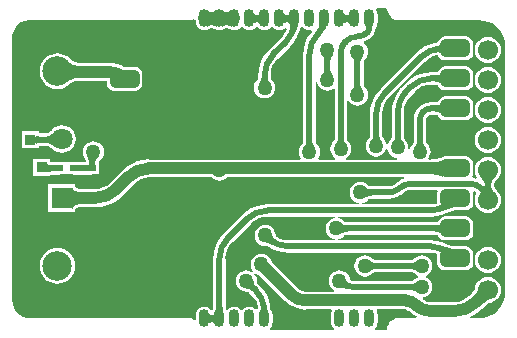
<source format=gbl>
G04*
G04 #@! TF.GenerationSoftware,Altium Limited,Altium Designer,21.2.0 (30)*
G04*
G04 Layer_Physical_Order=2*
G04 Layer_Color=16711680*
%FSLAX24Y24*%
%MOIN*%
G70*
G04*
G04 #@! TF.SameCoordinates,6A3BDC20-E317-4547-97BB-DAA7722936CF*
G04*
G04*
G04 #@! TF.FilePolarity,Positive*
G04*
G01*
G75*
%ADD13R,0.0260X0.0200*%
G04:AMPARAMS|DCode=15|XSize=98.4mil|YSize=59.1mil|CornerRadius=14.8mil|HoleSize=0mil|Usage=FLASHONLY|Rotation=0.000|XOffset=0mil|YOffset=0mil|HoleType=Round|Shape=RoundedRectangle|*
%AMROUNDEDRECTD15*
21,1,0.0984,0.0295,0,0,0.0*
21,1,0.0689,0.0591,0,0,0.0*
1,1,0.0295,0.0344,-0.0148*
1,1,0.0295,-0.0344,-0.0148*
1,1,0.0295,-0.0344,0.0148*
1,1,0.0295,0.0344,0.0148*
%
%ADD15ROUNDEDRECTD15*%
%ADD24C,0.0200*%
%ADD25C,0.0394*%
%ADD26O,0.0354X0.0591*%
%ADD27C,0.0984*%
%ADD28R,0.0709X0.0709*%
%ADD29C,0.0709*%
%ADD30C,0.0669*%
%ADD31C,0.0300*%
%ADD32C,0.0500*%
%ADD33C,0.0200*%
%ADD34R,0.0354X0.0374*%
%ADD35R,0.0354X0.0374*%
G36*
X12671Y5336D02*
X12700Y5298D01*
X12707Y5251D01*
X12710Y5227D01*
X12748Y5135D01*
X12809Y5057D01*
X12887Y4996D01*
X12979Y4958D01*
X13077Y4945D01*
X13097Y4948D01*
X13102Y4947D01*
X15752D01*
X15759Y4949D01*
X15924Y4932D01*
X16089Y4882D01*
X16242Y4801D01*
X16375Y4691D01*
X16485Y4557D01*
X16566Y4405D01*
X16617Y4240D01*
X16633Y4075D01*
X16631Y4068D01*
Y-4118D01*
X16633Y-4125D01*
X16617Y-4287D01*
X16567Y-4450D01*
X16487Y-4600D01*
X16379Y-4731D01*
X16248Y-4839D01*
X16098Y-4919D01*
X15935Y-4969D01*
X15773Y-4985D01*
X15766Y-4983D01*
X15477D01*
X15468Y-4934D01*
X15528Y-4909D01*
X15702Y-4802D01*
X15858Y-4670D01*
X15857Y-4669D01*
X15950Y-4575D01*
X15978Y-4548D01*
X16019Y-4513D01*
X16034Y-4502D01*
X16047Y-4493D01*
X16056Y-4488D01*
X16165Y-4473D01*
X16271Y-4430D01*
X16362Y-4360D01*
X16432Y-4269D01*
X16475Y-4163D01*
X16490Y-4050D01*
X16475Y-3937D01*
X16432Y-3831D01*
X16362Y-3740D01*
X16271Y-3670D01*
X16165Y-3627D01*
X16052Y-3612D01*
X15939Y-3627D01*
X15833Y-3670D01*
X15742Y-3740D01*
X15672Y-3831D01*
X15629Y-3937D01*
X15614Y-4046D01*
X15609Y-4055D01*
X15602Y-4065D01*
X15533Y-4146D01*
X15433Y-4245D01*
X15431Y-4249D01*
X15328Y-4333D01*
X15206Y-4398D01*
X15075Y-4438D01*
X14942Y-4451D01*
X14938Y-4451D01*
X14135D01*
X14132Y-4451D01*
X14035Y-4438D01*
X13943Y-4400D01*
X13902Y-4369D01*
X13878Y-4349D01*
X13884Y-4312D01*
X13895Y-4297D01*
X13943Y-4291D01*
X14028Y-4256D01*
X14102Y-4200D01*
X14158Y-4127D01*
X14193Y-4041D01*
X14205Y-3950D01*
X14193Y-3859D01*
X14158Y-3773D01*
X14102Y-3700D01*
X14028Y-3644D01*
X13987Y-3627D01*
Y-3573D01*
X14028Y-3556D01*
X14102Y-3500D01*
X14158Y-3427D01*
X14193Y-3341D01*
X14205Y-3250D01*
X14193Y-3159D01*
X14158Y-3073D01*
X14102Y-3000D01*
X14028Y-2944D01*
X13943Y-2909D01*
X13852Y-2897D01*
X13761Y-2909D01*
X13675Y-2944D01*
X13602Y-3000D01*
X13598Y-3006D01*
X13592Y-3012D01*
X13583Y-3019D01*
X13573Y-3025D01*
X13562Y-3031D01*
X13551Y-3036D01*
X13538Y-3040D01*
X13524Y-3043D01*
X13508Y-3046D01*
X13506Y-3046D01*
X12296D01*
X12294Y-3046D01*
X12278Y-3043D01*
X12264Y-3040D01*
X12251Y-3036D01*
X12240Y-3031D01*
X12229Y-3025D01*
X12219Y-3019D01*
X12210Y-3012D01*
X12204Y-3006D01*
X12200Y-3000D01*
X12127Y-2944D01*
X12041Y-2909D01*
X11950Y-2897D01*
X11859Y-2909D01*
X11773Y-2944D01*
X11700Y-3000D01*
X11644Y-3073D01*
X11609Y-3159D01*
X11597Y-3250D01*
X11609Y-3341D01*
X11644Y-3427D01*
X11700Y-3500D01*
X11773Y-3556D01*
X11859Y-3591D01*
X11950Y-3603D01*
X12041Y-3591D01*
X12127Y-3556D01*
X12200Y-3500D01*
X12204Y-3494D01*
X12210Y-3488D01*
X12219Y-3481D01*
X12229Y-3475D01*
X12240Y-3469D01*
X12251Y-3464D01*
X12264Y-3460D01*
X12278Y-3457D01*
X12294Y-3454D01*
X12296Y-3454D01*
X13506D01*
X13508Y-3454D01*
X13524Y-3457D01*
X13538Y-3460D01*
X13551Y-3464D01*
X13562Y-3469D01*
X13573Y-3475D01*
X13583Y-3481D01*
X13592Y-3488D01*
X13598Y-3494D01*
X13602Y-3500D01*
X13675Y-3556D01*
X13717Y-3573D01*
Y-3627D01*
X13675Y-3644D01*
X13602Y-3700D01*
X13598Y-3706D01*
X13592Y-3712D01*
X13583Y-3719D01*
X13573Y-3725D01*
X13562Y-3731D01*
X13551Y-3736D01*
X13538Y-3740D01*
X13524Y-3743D01*
X13508Y-3746D01*
X13506Y-3746D01*
X11583D01*
X11574Y-3748D01*
X11483Y-3736D01*
X11481Y-3735D01*
X11473Y-3732D01*
X11467Y-3728D01*
X11463Y-3724D01*
X11459Y-3721D01*
X11456Y-3716D01*
X11452Y-3709D01*
X11449Y-3700D01*
X11446Y-3684D01*
X11444Y-3680D01*
X11441Y-3659D01*
X11406Y-3573D01*
X11350Y-3500D01*
X11277Y-3444D01*
X11191Y-3409D01*
X11100Y-3397D01*
X11009Y-3409D01*
X10923Y-3444D01*
X10850Y-3500D01*
X10794Y-3573D01*
X10759Y-3659D01*
X10747Y-3750D01*
X10759Y-3841D01*
X10794Y-3927D01*
X10850Y-4000D01*
X10917Y-4051D01*
X10915Y-4075D01*
X10903Y-4101D01*
X9975D01*
X9972Y-4101D01*
X9882Y-4089D01*
X9795Y-4053D01*
X9722Y-3997D01*
X9721Y-3995D01*
X8844Y-3119D01*
X8843Y-3109D01*
X8808Y-3023D01*
X8752Y-2950D01*
X8678Y-2894D01*
X8593Y-2859D01*
X8502Y-2847D01*
X8411Y-2859D01*
X8325Y-2894D01*
X8252Y-2950D01*
X8196Y-3023D01*
X8161Y-3109D01*
X8149Y-3200D01*
X8161Y-3291D01*
X8196Y-3377D01*
X8233Y-3425D01*
X8198Y-3461D01*
X8177Y-3444D01*
X8091Y-3409D01*
X8000Y-3397D01*
X7909Y-3409D01*
X7823Y-3444D01*
X7750Y-3500D01*
X7694Y-3573D01*
X7659Y-3659D01*
X7647Y-3750D01*
X7659Y-3841D01*
X7694Y-3927D01*
X7750Y-4000D01*
X7823Y-4056D01*
X7909Y-4091D01*
X8000Y-4103D01*
X8007Y-4102D01*
X8015Y-4102D01*
X8027Y-4104D01*
X8038Y-4106D01*
X8050Y-4110D01*
X8061Y-4115D01*
X8073Y-4121D01*
X8086Y-4128D01*
X8099Y-4137D01*
X8101Y-4139D01*
X8165Y-4203D01*
X8165Y-4203D01*
X8198Y-4239D01*
X8266Y-4322D01*
X8340Y-4460D01*
X8385Y-4610D01*
X8391Y-4664D01*
X8364Y-4695D01*
X8306Y-4693D01*
X8300Y-4684D01*
X8242Y-4640D01*
X8174Y-4612D01*
X8102Y-4602D01*
X8030Y-4612D01*
X7962Y-4640D01*
X7904Y-4684D01*
X7883Y-4711D01*
X7820D01*
X7800Y-4684D01*
X7742Y-4640D01*
X7674Y-4612D01*
X7602Y-4602D01*
X7530Y-4612D01*
X7462Y-4640D01*
X7404Y-4684D01*
X7383Y-4711D01*
X7381Y-4713D01*
X7364Y-4717D01*
X7360Y-4717D01*
X7324Y-4706D01*
X7324Y-4706D01*
X7320Y-4691D01*
X7315Y-4673D01*
X7312Y-4654D01*
X7306Y-4585D01*
Y-3014D01*
X7304Y-3005D01*
X7318Y-2858D01*
X7364Y-2709D01*
X7438Y-2570D01*
X7531Y-2457D01*
X7539Y-2451D01*
X8153Y-1837D01*
X8159Y-1829D01*
X8272Y-1736D01*
X8410Y-1662D01*
X8560Y-1617D01*
X8707Y-1602D01*
X8716Y-1604D01*
X10946D01*
X10949Y-1654D01*
X10911Y-1659D01*
X10825Y-1694D01*
X10752Y-1750D01*
X10696Y-1823D01*
X10661Y-1909D01*
X10649Y-2000D01*
X10661Y-2091D01*
X10696Y-2177D01*
X10752Y-2250D01*
X10825Y-2306D01*
X10911Y-2341D01*
X10949Y-2346D01*
X10946Y-2396D01*
X9416D01*
X9407Y-2398D01*
X9260Y-2384D01*
X9110Y-2338D01*
X9014Y-2286D01*
X9007Y-2281D01*
X9001Y-2273D01*
X8995Y-2266D01*
X8991Y-2258D01*
X8988Y-2250D01*
X8985Y-2241D01*
X8983Y-2230D01*
X8983Y-2230D01*
X8983Y-2228D01*
X8982Y-2222D01*
X8982Y-2213D01*
X8981Y-2210D01*
X8971Y-2137D01*
X8936Y-2052D01*
X8880Y-1979D01*
X8807Y-1922D01*
X8721Y-1887D01*
X8630Y-1875D01*
X8539Y-1887D01*
X8454Y-1922D01*
X8380Y-1979D01*
X8324Y-2052D01*
X8289Y-2137D01*
X8277Y-2228D01*
X8289Y-2319D01*
X8324Y-2405D01*
X8380Y-2478D01*
X8454Y-2534D01*
X8539Y-2569D01*
X8630Y-2581D01*
X8642Y-2580D01*
X8643Y-2580D01*
X8657Y-2580D01*
X8669Y-2580D01*
X8681Y-2582D01*
X8695Y-2585D01*
X8709Y-2589D01*
X8725Y-2595D01*
X8741Y-2601D01*
X8780Y-2620D01*
X8800Y-2632D01*
X8808Y-2635D01*
X8809Y-2635D01*
X8815Y-2639D01*
X8815Y-2639D01*
X8870Y-2673D01*
X9044Y-2745D01*
X9228Y-2789D01*
X9414Y-2804D01*
X9416Y-2804D01*
X14150D01*
X14159Y-2802D01*
X14282Y-2814D01*
X14367Y-2850D01*
X14367Y-2852D01*
Y-3148D01*
X14386Y-3244D01*
X14441Y-3326D01*
X14523Y-3381D01*
X14619Y-3400D01*
X15308D01*
X15405Y-3381D01*
X15487Y-3326D01*
X15542Y-3244D01*
X15561Y-3148D01*
Y-2852D01*
X15542Y-2756D01*
X15487Y-2674D01*
X15405Y-2619D01*
X15308Y-2600D01*
X14952D01*
X14905Y-2590D01*
X14721Y-2534D01*
X14652Y-2508D01*
X14648Y-2508D01*
X14522Y-2455D01*
X14338Y-2411D01*
X14151Y-2396D01*
X14150Y-2396D01*
X11058D01*
X11055Y-2346D01*
X11093Y-2341D01*
X11178Y-2306D01*
X11252Y-2250D01*
X11256Y-2244D01*
X11262Y-2238D01*
X11271Y-2231D01*
X11281Y-2225D01*
X11292Y-2219D01*
X11303Y-2214D01*
X11316Y-2210D01*
X11330Y-2207D01*
X11346Y-2204D01*
X11348Y-2204D01*
X14319D01*
X14336Y-2205D01*
X14359Y-2209D01*
X14376Y-2213D01*
X14380Y-2215D01*
X14386Y-2244D01*
X14441Y-2326D01*
X14523Y-2381D01*
X14619Y-2400D01*
X15308D01*
X15405Y-2381D01*
X15487Y-2326D01*
X15542Y-2244D01*
X15561Y-2148D01*
Y-1852D01*
X15542Y-1756D01*
X15487Y-1674D01*
X15405Y-1619D01*
X15308Y-1600D01*
X14619D01*
X14523Y-1619D01*
X14441Y-1674D01*
X14386Y-1756D01*
X14380Y-1785D01*
X14376Y-1787D01*
X14359Y-1791D01*
X14336Y-1795D01*
X14319Y-1796D01*
X11348D01*
X11346Y-1796D01*
X11330Y-1793D01*
X11316Y-1790D01*
X11303Y-1786D01*
X11292Y-1781D01*
X11281Y-1775D01*
X11271Y-1769D01*
X11262Y-1762D01*
X11256Y-1756D01*
X11252Y-1750D01*
X11178Y-1694D01*
X11093Y-1659D01*
X11055Y-1654D01*
X11058Y-1604D01*
X14150D01*
X14151Y-1604D01*
X14338Y-1589D01*
X14522Y-1545D01*
X14648Y-1493D01*
X14650Y-1492D01*
X14788Y-1443D01*
X14846Y-1426D01*
X14952Y-1400D01*
X15308D01*
X15405Y-1381D01*
X15487Y-1326D01*
X15542Y-1244D01*
X15561Y-1148D01*
Y-852D01*
X15545Y-775D01*
X15584Y-738D01*
X15585Y-737D01*
X15630Y-756D01*
X15693Y-804D01*
X15672Y-831D01*
X15629Y-937D01*
X15614Y-1050D01*
X15629Y-1163D01*
X15672Y-1269D01*
X15742Y-1360D01*
X15833Y-1430D01*
X15939Y-1473D01*
X16052Y-1488D01*
X16165Y-1473D01*
X16271Y-1430D01*
X16362Y-1360D01*
X16432Y-1269D01*
X16475Y-1163D01*
X16490Y-1050D01*
X16475Y-937D01*
X16432Y-831D01*
X16362Y-740D01*
X16352Y-732D01*
X16336Y-716D01*
X16318Y-694D01*
X16302Y-673D01*
X16289Y-652D01*
X16278Y-631D01*
X16269Y-611D01*
X16262Y-591D01*
X16258Y-571D01*
X16256Y-557D01*
Y-543D01*
X16258Y-529D01*
X16262Y-509D01*
X16269Y-489D01*
X16278Y-469D01*
X16289Y-448D01*
X16302Y-427D01*
X16318Y-406D01*
X16336Y-384D01*
X16352Y-368D01*
X16362Y-360D01*
X16432Y-269D01*
X16475Y-163D01*
X16490Y-50D01*
X16475Y63D01*
X16432Y169D01*
X16362Y260D01*
X16271Y330D01*
X16165Y373D01*
X16052Y388D01*
X15939Y373D01*
X15833Y330D01*
X15742Y260D01*
X15672Y169D01*
X15629Y63D01*
X15614Y-50D01*
X15629Y-163D01*
X15672Y-269D01*
X15692Y-295D01*
X15664Y-336D01*
X15597Y-316D01*
X15548Y-311D01*
X15527Y-266D01*
X15542Y-244D01*
X15561Y-148D01*
Y148D01*
X15542Y244D01*
X15487Y326D01*
X15405Y381D01*
X15308Y400D01*
X14619D01*
X14523Y381D01*
X14498Y364D01*
X14490Y361D01*
X14473Y350D01*
X14455Y342D01*
X14432Y333D01*
X14361Y317D01*
X14321Y311D01*
X14152Y300D01*
X14139Y299D01*
X14092D01*
X14067Y349D01*
X14095Y386D01*
X14130Y471D01*
X14142Y562D01*
X14130Y654D01*
X14095Y739D01*
X14039Y812D01*
X14034Y816D01*
X14028Y823D01*
X14021Y832D01*
X14014Y842D01*
X14009Y852D01*
X14004Y864D01*
X14000Y876D01*
X13996Y891D01*
X13994Y906D01*
X13993Y909D01*
Y1636D01*
X13992Y1642D01*
X14004Y1699D01*
X14012Y1712D01*
X14041Y1750D01*
X14079Y1778D01*
X14091Y1786D01*
X14147Y1797D01*
X14152Y1796D01*
X14319D01*
X14336Y1795D01*
X14359Y1791D01*
X14376Y1787D01*
X14380Y1785D01*
X14386Y1756D01*
X14441Y1674D01*
X14523Y1619D01*
X14619Y1600D01*
X15308D01*
X15405Y1619D01*
X15487Y1674D01*
X15542Y1756D01*
X15561Y1852D01*
Y2148D01*
X15542Y2244D01*
X15487Y2326D01*
X15405Y2381D01*
X15308Y2400D01*
X14619D01*
X14523Y2381D01*
X14441Y2326D01*
X14386Y2244D01*
X14380Y2215D01*
X14376Y2213D01*
X14359Y2209D01*
X14336Y2205D01*
X14319Y2204D01*
X14152D01*
Y2205D01*
X14005Y2186D01*
X13868Y2129D01*
X13752Y2039D01*
X13751Y2039D01*
X13751Y2039D01*
X13722Y2001D01*
X13661Y1921D01*
X13604Y1784D01*
X13585Y1636D01*
X13586D01*
Y909D01*
X13585Y906D01*
X13583Y891D01*
X13579Y876D01*
X13575Y864D01*
X13570Y852D01*
X13565Y842D01*
X13558Y832D01*
X13551Y823D01*
X13545Y816D01*
X13540Y812D01*
X13484Y739D01*
X13448Y654D01*
X13400Y662D01*
X13405Y700D01*
X13393Y791D01*
X13358Y877D01*
X13302Y950D01*
X13296Y954D01*
X13290Y960D01*
X13283Y969D01*
X13277Y979D01*
X13271Y990D01*
X13266Y1001D01*
X13262Y1014D01*
X13259Y1028D01*
X13256Y1044D01*
X13256Y1046D01*
Y1886D01*
X13254Y1895D01*
X13268Y2042D01*
X13314Y2191D01*
X13388Y2330D01*
X13440Y2394D01*
X13440Y2394D01*
X13440Y2394D01*
X13440Y2394D01*
X13609Y2563D01*
X13615Y2571D01*
X13728Y2664D01*
X13867Y2738D01*
X14016Y2783D01*
X14163Y2798D01*
X14172Y2796D01*
X14319D01*
X14336Y2795D01*
X14359Y2791D01*
X14376Y2787D01*
X14380Y2785D01*
X14386Y2756D01*
X14441Y2674D01*
X14523Y2619D01*
X14619Y2600D01*
X15308D01*
X15405Y2619D01*
X15487Y2674D01*
X15542Y2756D01*
X15561Y2852D01*
Y3148D01*
X15542Y3244D01*
X15487Y3326D01*
X15405Y3381D01*
X15308Y3400D01*
X14619D01*
X14523Y3381D01*
X14441Y3326D01*
X14386Y3244D01*
X14380Y3215D01*
X14376Y3213D01*
X14359Y3209D01*
X14336Y3205D01*
X14319Y3204D01*
X14172D01*
X14171Y3204D01*
X13984Y3189D01*
X13800Y3145D01*
X13626Y3073D01*
X13465Y2974D01*
X13322Y2852D01*
X13321Y2851D01*
X13160Y2690D01*
X13138Y2669D01*
X13128Y2653D01*
X13097Y2616D01*
X13078Y2593D01*
X12979Y2432D01*
X12907Y2258D01*
X12863Y2074D01*
X12848Y1888D01*
X12848Y1886D01*
Y1046D01*
X12848Y1044D01*
X12845Y1028D01*
X12842Y1014D01*
X12838Y1001D01*
X12833Y990D01*
X12827Y979D01*
X12821Y969D01*
X12814Y960D01*
X12808Y954D01*
X12802Y950D01*
X12746Y877D01*
X12722Y817D01*
X12670Y824D01*
X12668Y841D01*
X12633Y927D01*
X12577Y1000D01*
X12571Y1004D01*
X12565Y1010D01*
X12558Y1019D01*
X12552Y1029D01*
X12546Y1040D01*
X12541Y1051D01*
X12537Y1064D01*
X12534Y1078D01*
X12531Y1094D01*
X12531Y1096D01*
Y1811D01*
X12529Y1820D01*
X12543Y1967D01*
X12589Y2116D01*
X12663Y2255D01*
X12756Y2368D01*
X12764Y2374D01*
X13953Y3563D01*
X13953Y3563D01*
X13989Y3596D01*
X14072Y3664D01*
X14210Y3738D01*
X14312Y3769D01*
X14324Y3770D01*
X14353Y3772D01*
X14376Y3772D01*
X14383Y3771D01*
X14386Y3756D01*
X14441Y3674D01*
X14523Y3619D01*
X14619Y3600D01*
X15308D01*
X15405Y3619D01*
X15487Y3674D01*
X15542Y3756D01*
X15561Y3852D01*
Y4148D01*
X15542Y4244D01*
X15487Y4326D01*
X15405Y4381D01*
X15308Y4400D01*
X14619D01*
X14523Y4381D01*
X14441Y4326D01*
X14386Y4244D01*
X14379Y4208D01*
X14378Y4208D01*
X14366Y4201D01*
X14348Y4194D01*
X14332Y4189D01*
X14328Y4189D01*
X14281Y4178D01*
X14257Y4173D01*
X14246Y4169D01*
X14234Y4167D01*
X14233Y4166D01*
X14144Y4145D01*
X13970Y4073D01*
X13809Y3974D01*
X13666Y3852D01*
X13665Y3851D01*
X13665Y3851D01*
X13665Y3851D01*
X12476Y2662D01*
X12475Y2661D01*
X12353Y2518D01*
X12254Y2357D01*
X12182Y2183D01*
X12138Y1999D01*
X12123Y1813D01*
X12123Y1811D01*
Y1096D01*
X12123Y1094D01*
X12120Y1078D01*
X12117Y1064D01*
X12113Y1051D01*
X12108Y1040D01*
X12102Y1029D01*
X12096Y1019D01*
X12089Y1010D01*
X12083Y1004D01*
X12077Y1000D01*
X12021Y927D01*
X11986Y841D01*
X11974Y750D01*
X11986Y659D01*
X12021Y573D01*
X12077Y500D01*
X12150Y444D01*
X12236Y409D01*
X12327Y397D01*
X12418Y409D01*
X12503Y444D01*
X12577Y500D01*
X12633Y573D01*
X12657Y633D01*
X12709Y626D01*
X12711Y609D01*
X12746Y523D01*
X12802Y450D01*
X12875Y394D01*
X12961Y359D01*
X13033Y349D01*
X13030Y299D01*
X11347D01*
X11335Y325D01*
X11333Y349D01*
X11400Y400D01*
X11456Y473D01*
X11491Y559D01*
X11503Y650D01*
X11491Y741D01*
X11456Y827D01*
X11400Y900D01*
X11395Y903D01*
X11390Y908D01*
X11383Y918D01*
X11377Y928D01*
X11371Y938D01*
X11366Y950D01*
X11362Y963D01*
X11359Y977D01*
X11356Y993D01*
X11356Y995D01*
Y2246D01*
X11406Y2261D01*
X11452Y2200D01*
X11525Y2144D01*
X11611Y2109D01*
X11702Y2097D01*
X11793Y2109D01*
X11878Y2144D01*
X11952Y2200D01*
X12008Y2273D01*
X12043Y2359D01*
X12055Y2450D01*
X12043Y2541D01*
X12008Y2627D01*
X11952Y2700D01*
X11946Y2704D01*
X11940Y2710D01*
X11933Y2719D01*
X11927Y2729D01*
X11921Y2740D01*
X11916Y2751D01*
X11912Y2764D01*
X11909Y2778D01*
X11906Y2794D01*
X11906Y2796D01*
Y3553D01*
X11906Y3556D01*
X11909Y3572D01*
X11912Y3586D01*
X11916Y3598D01*
X11921Y3610D01*
X11927Y3621D01*
X11933Y3631D01*
X11940Y3640D01*
X11946Y3646D01*
X11951Y3649D01*
X12007Y3722D01*
X12042Y3808D01*
X12054Y3899D01*
X12042Y3990D01*
X12007Y4076D01*
X11951Y4149D01*
X11909Y4181D01*
X11919Y4236D01*
X11967Y4251D01*
X12090Y4316D01*
X12194Y4401D01*
X12198Y4404D01*
X12204Y4414D01*
X12256Y4481D01*
X12293Y4570D01*
X12304Y4653D01*
X12306Y4665D01*
Y4692D01*
X12344Y4742D01*
X12372Y4810D01*
X12382Y4882D01*
Y5118D01*
X12372Y5190D01*
X12344Y5258D01*
X12319Y5291D01*
X12344Y5341D01*
X12652D01*
X12656Y5342D01*
X12671Y5336D01*
D02*
G37*
G36*
X7513Y5199D02*
X7602Y5197D01*
Y4803D01*
X7541Y4802D01*
X7513Y4800D01*
Y4728D01*
X7492Y4742D01*
X7466Y4755D01*
X7435Y4766D01*
X7401Y4776D01*
X7362Y4784D01*
X7352Y4786D01*
X7342Y4784D01*
X7303Y4776D01*
X7269Y4766D01*
X7238Y4755D01*
X7212Y4742D01*
X7191Y4728D01*
Y4801D01*
X7102Y4803D01*
X7041Y4802D01*
X7013Y4800D01*
Y4728D01*
X6992Y4742D01*
X6966Y4755D01*
X6935Y4766D01*
X6901Y4776D01*
X6862Y4784D01*
X6852Y4786D01*
X6842Y4784D01*
X6803Y4776D01*
X6769Y4766D01*
X6738Y4755D01*
X6712Y4742D01*
X6691Y4728D01*
Y4801D01*
X6602Y4803D01*
Y5197D01*
X6663Y5198D01*
X6691Y5200D01*
Y5272D01*
X6712Y5258D01*
X6738Y5245D01*
X6769Y5234D01*
X6803Y5224D01*
X6842Y5216D01*
X6852Y5214D01*
X6862Y5216D01*
X6901Y5224D01*
X6935Y5234D01*
X6966Y5245D01*
X6992Y5258D01*
X7013Y5272D01*
Y5199D01*
X7102Y5197D01*
X7163Y5198D01*
X7191Y5200D01*
Y5272D01*
X7212Y5258D01*
X7238Y5245D01*
X7269Y5234D01*
X7303Y5224D01*
X7342Y5216D01*
X7352Y5214D01*
X7362Y5216D01*
X7401Y5224D01*
X7435Y5234D01*
X7466Y5245D01*
X7492Y5258D01*
X7513Y5272D01*
Y5199D01*
D02*
G37*
G36*
X11447Y5101D02*
X11479Y5100D01*
Y4900D01*
X11447Y4899D01*
Y4800D01*
X11444Y4819D01*
X11438Y4836D01*
X11427Y4851D01*
X11411Y4864D01*
X11391Y4875D01*
X11367Y4884D01*
X11352Y4888D01*
X11337Y4884D01*
X11313Y4875D01*
X11293Y4864D01*
X11277Y4851D01*
X11266Y4836D01*
X11260Y4819D01*
X11257Y4800D01*
Y4899D01*
X11224Y4900D01*
Y5100D01*
X11257Y5101D01*
Y5200D01*
X11260Y5181D01*
X11266Y5164D01*
X11277Y5149D01*
X11293Y5136D01*
X11313Y5125D01*
X11337Y5116D01*
X11352Y5112D01*
X11367Y5116D01*
X11391Y5125D01*
X11411Y5136D01*
X11427Y5149D01*
X11438Y5164D01*
X11444Y5181D01*
X11447Y5200D01*
Y5101D01*
D02*
G37*
G36*
X9447D02*
X9479Y5100D01*
Y4900D01*
X9447Y4899D01*
Y4832D01*
X9727Y4756D01*
X9721Y4750D01*
X9714Y4740D01*
X9706Y4727D01*
X9698Y4710D01*
X9679Y4665D01*
X9646Y4571D01*
X9633Y4533D01*
X9428Y4558D01*
X9437Y4590D01*
X9444Y4621D01*
X9450Y4651D01*
X9453Y4680D01*
X9454Y4708D01*
X9453Y4735D01*
X9451Y4762D01*
X9446Y4787D01*
X9439Y4812D01*
X9431Y4836D01*
X9439Y4834D01*
X9438Y4836D01*
X9427Y4851D01*
X9411Y4864D01*
X9391Y4875D01*
X9367Y4884D01*
X9352Y4888D01*
X9337Y4884D01*
X9313Y4875D01*
X9293Y4864D01*
X9277Y4851D01*
X9266Y4836D01*
X9260Y4819D01*
X9257Y4800D01*
Y4899D01*
X9224Y4900D01*
Y5100D01*
X9257Y5101D01*
Y5200D01*
X9260Y5181D01*
X9266Y5164D01*
X9277Y5149D01*
X9293Y5136D01*
X9313Y5125D01*
X9337Y5116D01*
X9352Y5112D01*
X9367Y5116D01*
X9391Y5125D01*
X9411Y5136D01*
X9427Y5149D01*
X9438Y5164D01*
X9444Y5181D01*
X9447Y5200D01*
Y5101D01*
D02*
G37*
G36*
X8447D02*
X8479Y5100D01*
Y4900D01*
X8447Y4899D01*
Y4800D01*
X8444Y4819D01*
X8438Y4836D01*
X8427Y4851D01*
X8411Y4864D01*
X8391Y4875D01*
X8367Y4884D01*
X8352Y4888D01*
X8337Y4884D01*
X8313Y4875D01*
X8293Y4864D01*
X8277Y4851D01*
X8266Y4836D01*
X8260Y4819D01*
X8257Y4800D01*
Y4899D01*
X8224Y4900D01*
Y5100D01*
X8257Y5101D01*
Y5200D01*
X8260Y5181D01*
X8266Y5164D01*
X8277Y5149D01*
X8293Y5136D01*
X8313Y5125D01*
X8337Y5116D01*
X8352Y5112D01*
X8367Y5116D01*
X8391Y5125D01*
X8411Y5136D01*
X8427Y5149D01*
X8438Y5164D01*
X8444Y5181D01*
X8447Y5200D01*
Y5101D01*
D02*
G37*
G36*
X6303Y4963D02*
X6308Y4956D01*
X6313Y4923D01*
X6322Y4899D01*
Y4882D01*
X6332Y4810D01*
X6360Y4742D01*
X6404Y4684D01*
X6462Y4640D01*
X6530Y4612D01*
X6602Y4602D01*
X6674Y4612D01*
X6726Y4633D01*
X6730Y4634D01*
X6733Y4636D01*
X6742Y4640D01*
X6745Y4642D01*
X6747Y4643D01*
X6763Y4654D01*
X6779Y4661D01*
X6800Y4669D01*
X6828Y4677D01*
X6852Y4682D01*
X6876Y4677D01*
X6904Y4669D01*
X6925Y4661D01*
X6941Y4654D01*
X6957Y4643D01*
X6959Y4642D01*
X6962Y4640D01*
X6971Y4636D01*
X6974Y4634D01*
X6978Y4633D01*
X7030Y4612D01*
X7102Y4602D01*
X7174Y4612D01*
X7226Y4633D01*
X7230Y4634D01*
X7233Y4636D01*
X7242Y4640D01*
X7245Y4642D01*
X7247Y4643D01*
X7263Y4654D01*
X7279Y4661D01*
X7300Y4669D01*
X7328Y4677D01*
X7352Y4682D01*
X7376Y4677D01*
X7404Y4669D01*
X7425Y4661D01*
X7441Y4654D01*
X7457Y4643D01*
X7459Y4642D01*
X7462Y4640D01*
X7471Y4636D01*
X7474Y4634D01*
X7478Y4633D01*
X7530Y4612D01*
X7602Y4602D01*
X7674Y4612D01*
X7742Y4640D01*
X7800Y4684D01*
X7820Y4711D01*
X7883D01*
X7904Y4684D01*
X7962Y4640D01*
X8030Y4612D01*
X8102Y4602D01*
X8174Y4612D01*
X8242Y4640D01*
X8300Y4684D01*
X8320Y4711D01*
X8383D01*
X8404Y4684D01*
X8462Y4640D01*
X8530Y4612D01*
X8602Y4602D01*
X8674Y4612D01*
X8742Y4640D01*
X8800Y4684D01*
X8820Y4711D01*
X8883D01*
X8904Y4684D01*
X8962Y4640D01*
X9030Y4612D01*
X9102Y4602D01*
X9174Y4612D01*
X9242Y4640D01*
X9300Y4684D01*
X9301Y4685D01*
X9349Y4666D01*
X9349Y4665D01*
X9344Y4641D01*
X9338Y4616D01*
X9333Y4597D01*
X9266Y4472D01*
X9173Y4359D01*
X9165Y4353D01*
X8757Y3945D01*
X8756Y3944D01*
X8634Y3802D01*
X8536Y3640D01*
X8463Y3466D01*
X8419Y3282D01*
X8405Y3096D01*
X8404Y3094D01*
Y3040D01*
X8404Y3037D01*
X8401Y3022D01*
X8398Y3008D01*
X8394Y2995D01*
X8389Y2983D01*
X8383Y2973D01*
X8377Y2963D01*
X8370Y2954D01*
X8364Y2947D01*
X8359Y2943D01*
X8303Y2870D01*
X8267Y2785D01*
X8255Y2694D01*
X8267Y2602D01*
X8303Y2517D01*
X8359Y2444D01*
X8432Y2388D01*
X8517Y2353D01*
X8608Y2341D01*
X8700Y2353D01*
X8785Y2388D01*
X8858Y2444D01*
X8914Y2517D01*
X8949Y2602D01*
X8961Y2694D01*
X8949Y2785D01*
X8914Y2870D01*
X8858Y2943D01*
X8853Y2947D01*
X8847Y2954D01*
X8839Y2963D01*
X8833Y2973D01*
X8827Y2983D01*
X8823Y2995D01*
X8818Y3008D01*
X8815Y3022D01*
X8812Y3037D01*
X8812Y3040D01*
Y3094D01*
X8810Y3103D01*
X8825Y3250D01*
X8870Y3400D01*
X8944Y3538D01*
X9037Y3652D01*
X9045Y3657D01*
X9453Y4065D01*
X9454Y4066D01*
X9576Y4209D01*
X9674Y4370D01*
X9721Y4482D01*
X9722Y4483D01*
X9724Y4489D01*
X9726Y4495D01*
X9730Y4502D01*
X9734Y4513D01*
X9747Y4544D01*
X9752Y4566D01*
X9774Y4628D01*
X9791Y4667D01*
X9796Y4679D01*
X9799Y4684D01*
X9800Y4684D01*
X9805Y4692D01*
X9808Y4694D01*
X9810Y4698D01*
X9820Y4711D01*
X9883D01*
X9904Y4684D01*
X9962Y4640D01*
X10030Y4612D01*
X10102Y4602D01*
X10160Y4610D01*
X10186Y4573D01*
X10188Y4566D01*
X10128Y4495D01*
X10029Y4334D01*
X9957Y4160D01*
X9913Y3976D01*
X9898Y3789D01*
X9898Y3788D01*
Y896D01*
X9898Y894D01*
X9895Y878D01*
X9892Y864D01*
X9888Y851D01*
X9883Y840D01*
X9877Y829D01*
X9871Y819D01*
X9864Y810D01*
X9858Y804D01*
X9852Y800D01*
X9796Y727D01*
X9761Y641D01*
X9749Y550D01*
X9761Y459D01*
X9796Y373D01*
X9815Y349D01*
X9790Y299D01*
X7150D01*
X7139Y298D01*
X7100Y303D01*
X7061Y298D01*
X7050Y299D01*
X4764D01*
Y301D01*
X4561Y285D01*
X4362Y237D01*
X4174Y159D01*
X4000Y52D01*
X3844Y-80D01*
X3845Y-81D01*
X3447Y-480D01*
X3444Y-483D01*
X3341Y-568D01*
X3220Y-632D01*
X3088Y-672D01*
X2956Y-685D01*
X2952Y-685D01*
X2569D01*
X2527Y-684D01*
X2465Y-680D01*
X2413Y-673D01*
X2371Y-664D01*
X2340Y-654D01*
X2319Y-644D01*
X2309Y-636D01*
X2306Y-633D01*
X2304Y-619D01*
Y-530D01*
X2207D01*
X2203Y-529D01*
X2199Y-530D01*
X1396D01*
Y-1439D01*
X2199D01*
X2203Y-1439D01*
X2207Y-1439D01*
X2304D01*
Y-1350D01*
X2306Y-1336D01*
X2309Y-1333D01*
X2319Y-1325D01*
X2340Y-1315D01*
X2371Y-1305D01*
X2412Y-1296D01*
X2528Y-1285D01*
X2569Y-1284D01*
X2952D01*
Y-1285D01*
X3155Y-1269D01*
X3354Y-1221D01*
X3542Y-1143D01*
X3716Y-1037D01*
X3871Y-904D01*
X3870Y-903D01*
X4269Y-505D01*
X4271Y-501D01*
X4374Y-417D01*
X4496Y-352D01*
X4627Y-312D01*
X4760Y-299D01*
X4764Y-299D01*
X6850D01*
X6850Y-300D01*
X6923Y-356D01*
X7009Y-391D01*
X7100Y-403D01*
X7191Y-391D01*
X7277Y-356D01*
X7350Y-300D01*
X7350Y-299D01*
X13240D01*
X13248Y-349D01*
X13190Y-367D01*
X13061Y-436D01*
X13040Y-447D01*
X13030Y-455D01*
X12992Y-484D01*
X12992Y-484D01*
X12955Y-516D01*
X12940Y-527D01*
X12914Y-547D01*
X12822Y-585D01*
X12729Y-597D01*
X12722Y-596D01*
X12146D01*
X12144Y-596D01*
X12128Y-593D01*
X12114Y-590D01*
X12101Y-586D01*
X12090Y-581D01*
X12079Y-575D01*
X12069Y-569D01*
X12060Y-562D01*
X12054Y-556D01*
X12050Y-550D01*
X11977Y-494D01*
X11891Y-459D01*
X11800Y-447D01*
X11709Y-459D01*
X11623Y-494D01*
X11550Y-550D01*
X11494Y-623D01*
X11459Y-709D01*
X11447Y-800D01*
X11459Y-891D01*
X11494Y-977D01*
X11550Y-1050D01*
X11623Y-1106D01*
X11709Y-1141D01*
X11747Y-1146D01*
X11744Y-1196D01*
X8716D01*
X8714Y-1196D01*
X8528Y-1211D01*
X8344Y-1255D01*
X8170Y-1327D01*
X8009Y-1426D01*
X7866Y-1548D01*
X7865Y-1549D01*
X7251Y-2163D01*
X7250Y-2164D01*
X7128Y-2307D01*
X7029Y-2468D01*
X6957Y-2642D01*
X6913Y-2826D01*
X6898Y-3012D01*
X6898Y-3014D01*
Y-4600D01*
X6892Y-4653D01*
X6889Y-4673D01*
X6884Y-4691D01*
X6880Y-4706D01*
X6880Y-4706D01*
X6844Y-4717D01*
X6840Y-4717D01*
X6823Y-4713D01*
X6820Y-4711D01*
X6800Y-4684D01*
X6742Y-4640D01*
X6674Y-4612D01*
X6602Y-4602D01*
X6530Y-4612D01*
X6462Y-4640D01*
X6404Y-4684D01*
X6360Y-4742D01*
X6332Y-4810D01*
X6322Y-4882D01*
Y-5018D01*
X6278Y-5041D01*
X6269Y-5034D01*
X6184Y-4999D01*
X6160Y-4996D01*
X6159Y-4995D01*
X6100Y-4983D01*
X847D01*
X800Y-4983D01*
X799Y-4983D01*
X799Y-4984D01*
D01*
X749Y-4980D01*
X678Y-4973D01*
X567Y-4939D01*
X465Y-4884D01*
X375Y-4811D01*
X302Y-4721D01*
X247Y-4619D01*
X213Y-4508D01*
X203Y-4400D01*
X203Y-4400D01*
Y0D01*
Y4400D01*
X219Y4524D01*
X277Y4663D01*
X368Y4782D01*
X487Y4873D01*
X626Y4931D01*
X746Y4947D01*
X795Y4948D01*
X800Y4947D01*
X844Y4947D01*
X6100D01*
X6100Y4947D01*
Y4947D01*
X6191Y4959D01*
X6254Y4985D01*
X6303Y4963D01*
D02*
G37*
G36*
X10691Y4728D02*
X10686Y4725D01*
X10680Y4718D01*
X10672Y4708D01*
X10650Y4677D01*
X10560Y4536D01*
X10360Y4604D01*
X10376Y4631D01*
X10389Y4658D01*
X10401Y4686D01*
X10410Y4713D01*
X10418Y4741D01*
X10423Y4769D01*
X10427Y4797D01*
X10428Y4825D01*
X10427Y4853D01*
X10424Y4882D01*
X10691Y4728D01*
D02*
G37*
G36*
X14484Y3799D02*
X14482Y3818D01*
X14476Y3833D01*
X14465Y3847D01*
X14451Y3857D01*
X14432Y3865D01*
X14409Y3871D01*
X14381Y3874D01*
X14350Y3874D01*
X14314Y3872D01*
X14275Y3867D01*
X14274Y4073D01*
X14314Y4080D01*
X14350Y4088D01*
X14381Y4097D01*
X14409Y4108D01*
X14432Y4121D01*
X14451Y4134D01*
X14466Y4149D01*
X14476Y4165D01*
X14483Y4183D01*
X14485Y4202D01*
X14484Y3799D01*
D02*
G37*
G36*
X10863Y3754D02*
X10850Y3738D01*
X10839Y3721D01*
X10829Y3702D01*
X10821Y3683D01*
X10814Y3662D01*
X10809Y3640D01*
X10805Y3618D01*
X10803Y3594D01*
X10802Y3569D01*
X10602D01*
X10601Y3594D01*
X10599Y3618D01*
X10595Y3640D01*
X10590Y3662D01*
X10583Y3683D01*
X10575Y3702D01*
X10565Y3721D01*
X10554Y3738D01*
X10541Y3754D01*
X10527Y3769D01*
X10877D01*
X10863Y3754D01*
D02*
G37*
G36*
X11862Y3706D02*
X11850Y3690D01*
X11839Y3672D01*
X11829Y3654D01*
X11821Y3634D01*
X11814Y3613D01*
X11809Y3592D01*
X11805Y3569D01*
X11803Y3545D01*
X11802Y3520D01*
X11602Y3519D01*
X11601Y3544D01*
X11599Y3568D01*
X11595Y3591D01*
X11590Y3613D01*
X11583Y3633D01*
X11575Y3653D01*
X11565Y3671D01*
X11554Y3688D01*
X11541Y3705D01*
X11527Y3720D01*
X11877Y3721D01*
X11862Y3706D01*
D02*
G37*
G36*
X10803Y3304D02*
X10805Y3280D01*
X10809Y3258D01*
X10814Y3236D01*
X10821Y3215D01*
X10829Y3196D01*
X10839Y3177D01*
X10850Y3160D01*
X10863Y3144D01*
X10877Y3129D01*
X10527D01*
X10541Y3144D01*
X10554Y3160D01*
X10565Y3177D01*
X10575Y3196D01*
X10583Y3215D01*
X10590Y3236D01*
X10595Y3258D01*
X10599Y3280D01*
X10601Y3304D01*
X10602Y3329D01*
X10802D01*
X10803Y3304D01*
D02*
G37*
G36*
X8709Y3048D02*
X8711Y3024D01*
X8715Y3001D01*
X8720Y2980D01*
X8727Y2959D01*
X8735Y2940D01*
X8745Y2921D01*
X8756Y2904D01*
X8769Y2888D01*
X8783Y2872D01*
X8433D01*
X8447Y2888D01*
X8460Y2904D01*
X8471Y2921D01*
X8481Y2940D01*
X8489Y2959D01*
X8496Y2980D01*
X8501Y3001D01*
X8505Y3024D01*
X8507Y3048D01*
X8508Y3073D01*
X8708D01*
X8709Y3048D01*
D02*
G37*
G36*
X14484Y2800D02*
X14481Y2819D01*
X14475Y2836D01*
X14465Y2851D01*
X14450Y2864D01*
X14431Y2875D01*
X14407Y2884D01*
X14380Y2891D01*
X14348Y2896D01*
X14312Y2899D01*
X14272Y2900D01*
Y3100D01*
X14312Y3101D01*
X14348Y3104D01*
X14380Y3109D01*
X14407Y3116D01*
X14431Y3125D01*
X14450Y3136D01*
X14465Y3149D01*
X14475Y3164D01*
X14481Y3181D01*
X14484Y3200D01*
Y2800D01*
D02*
G37*
G36*
X11803Y2804D02*
X11805Y2780D01*
X11809Y2758D01*
X11814Y2736D01*
X11821Y2715D01*
X11829Y2696D01*
X11839Y2677D01*
X11850Y2660D01*
X11863Y2644D01*
X11877Y2629D01*
X11527D01*
X11541Y2644D01*
X11554Y2660D01*
X11565Y2677D01*
X11575Y2696D01*
X11583Y2715D01*
X11590Y2736D01*
X11595Y2758D01*
X11599Y2780D01*
X11601Y2804D01*
X11602Y2829D01*
X11802D01*
X11803Y2804D01*
D02*
G37*
G36*
X14484Y1800D02*
X14481Y1819D01*
X14475Y1836D01*
X14465Y1851D01*
X14450Y1864D01*
X14431Y1875D01*
X14407Y1884D01*
X14380Y1891D01*
X14348Y1896D01*
X14312Y1899D01*
X14272Y1900D01*
Y2100D01*
X14312Y2101D01*
X14348Y2104D01*
X14380Y2109D01*
X14407Y2116D01*
X14431Y2125D01*
X14450Y2136D01*
X14465Y2149D01*
X14475Y2164D01*
X14481Y2181D01*
X14484Y2200D01*
Y1800D01*
D02*
G37*
G36*
X12428Y1104D02*
X12430Y1080D01*
X12434Y1058D01*
X12439Y1036D01*
X12446Y1015D01*
X12454Y996D01*
X12464Y977D01*
X12475Y960D01*
X12488Y944D01*
X12502Y929D01*
X12152D01*
X12166Y944D01*
X12179Y960D01*
X12190Y977D01*
X12200Y996D01*
X12208Y1015D01*
X12215Y1036D01*
X12220Y1058D01*
X12224Y1080D01*
X12226Y1104D01*
X12227Y1129D01*
X12427D01*
X12428Y1104D01*
D02*
G37*
G36*
X13153Y1054D02*
X13155Y1030D01*
X13159Y1008D01*
X13164Y986D01*
X13171Y965D01*
X13179Y946D01*
X13189Y927D01*
X13200Y910D01*
X13213Y894D01*
X13227Y879D01*
X12877D01*
X12891Y894D01*
X12904Y910D01*
X12915Y927D01*
X12925Y946D01*
X12933Y965D01*
X12940Y986D01*
X12945Y1008D01*
X12949Y1030D01*
X12951Y1054D01*
X12952Y1079D01*
X13152D01*
X13153Y1054D01*
D02*
G37*
G36*
X11252Y1028D02*
X11253Y1003D01*
X11255Y980D01*
X11259Y957D01*
X11264Y935D01*
X11271Y914D01*
X11279Y895D01*
X11288Y876D01*
X11300Y859D01*
X11312Y843D01*
X11326Y827D01*
X10976Y830D01*
X10991Y845D01*
X11004Y861D01*
X11015Y879D01*
X11025Y897D01*
X11033Y916D01*
X11040Y937D01*
X11045Y959D01*
X11049Y981D01*
X11051Y1005D01*
X11052Y1030D01*
X11252Y1028D01*
D02*
G37*
G36*
X13890Y917D02*
X13892Y893D01*
X13896Y870D01*
X13901Y849D01*
X13908Y828D01*
X13916Y808D01*
X13926Y790D01*
X13937Y773D01*
X13950Y756D01*
X13964Y741D01*
X13614D01*
X13629Y756D01*
X13641Y773D01*
X13653Y790D01*
X13662Y808D01*
X13671Y828D01*
X13677Y849D01*
X13683Y870D01*
X13686Y893D01*
X13689Y917D01*
X13689Y942D01*
X13889D01*
X13890Y917D01*
D02*
G37*
G36*
X10203Y904D02*
X10205Y880D01*
X10209Y858D01*
X10214Y836D01*
X10221Y815D01*
X10229Y796D01*
X10239Y777D01*
X10250Y760D01*
X10263Y744D01*
X10277Y729D01*
X9927D01*
X9941Y744D01*
X9954Y760D01*
X9965Y777D01*
X9975Y796D01*
X9983Y815D01*
X9990Y836D01*
X9995Y858D01*
X9999Y880D01*
X10001Y904D01*
X10002Y929D01*
X10202D01*
X10203Y904D01*
D02*
G37*
G36*
X10361Y2859D02*
X10396Y2773D01*
X10452Y2700D01*
X10525Y2644D01*
X10611Y2609D01*
X10702Y2597D01*
X10793Y2609D01*
X10878Y2644D01*
X10903Y2663D01*
X10948Y2641D01*
Y997D01*
X10948Y994D01*
X10945Y979D01*
X10942Y965D01*
X10938Y952D01*
X10933Y941D01*
X10927Y931D01*
X10921Y921D01*
X10914Y912D01*
X10906Y904D01*
X10900Y900D01*
X10844Y827D01*
X10809Y741D01*
X10797Y650D01*
X10809Y559D01*
X10844Y473D01*
X10900Y400D01*
X10967Y349D01*
X10965Y325D01*
X10953Y299D01*
X10414D01*
X10389Y349D01*
X10408Y373D01*
X10443Y459D01*
X10455Y550D01*
X10443Y641D01*
X10408Y727D01*
X10352Y800D01*
X10346Y804D01*
X10340Y810D01*
X10333Y819D01*
X10327Y829D01*
X10321Y840D01*
X10316Y851D01*
X10312Y864D01*
X10309Y878D01*
X10306Y894D01*
X10306Y896D01*
Y2894D01*
X10356Y2897D01*
X10361Y2859D01*
D02*
G37*
G36*
X14545Y-276D02*
X14522Y-261D01*
X14494Y-247D01*
X14461Y-235D01*
X14423Y-225D01*
X14380Y-217D01*
X14278Y-204D01*
X14220Y-200D01*
X14087Y-197D01*
Y197D01*
X14156Y198D01*
X14331Y209D01*
X14380Y217D01*
X14461Y235D01*
X14494Y247D01*
X14522Y261D01*
X14545Y276D01*
Y-276D01*
D02*
G37*
G36*
X16261Y-315D02*
X16238Y-342D01*
X16218Y-370D01*
X16200Y-397D01*
X16186Y-425D01*
X16173Y-453D01*
X16164Y-482D01*
X16157Y-511D01*
X16153Y-540D01*
X16153Y-550D01*
X16153Y-560D01*
X16157Y-589D01*
X16164Y-618D01*
X16173Y-647D01*
X16186Y-675D01*
X16200Y-703D01*
X16218Y-730D01*
X16238Y-758D01*
X16261Y-785D01*
X16286Y-811D01*
X15818D01*
X15820Y-808D01*
X15822Y-806D01*
X15822Y-802D01*
X15821Y-798D01*
X15819Y-792D01*
X15816Y-786D01*
X15811Y-779D01*
X15804Y-771D01*
X15788Y-752D01*
X15778Y-742D01*
X15919Y-600D01*
X15939Y-620D01*
X15940Y-618D01*
X15947Y-589D01*
X15951Y-560D01*
X15951Y-550D01*
X15951Y-540D01*
X15947Y-511D01*
X15940Y-482D01*
X15930Y-453D01*
X15918Y-425D01*
X15904Y-397D01*
X15886Y-370D01*
X15866Y-342D01*
X15843Y-315D01*
X15818Y-289D01*
X16286D01*
X16261Y-315D01*
D02*
G37*
G36*
X11994Y-639D02*
X12010Y-652D01*
X12027Y-663D01*
X12046Y-673D01*
X12065Y-681D01*
X12086Y-688D01*
X12108Y-693D01*
X12130Y-697D01*
X12154Y-699D01*
X12179Y-700D01*
Y-900D01*
X12154Y-901D01*
X12130Y-903D01*
X12108Y-907D01*
X12086Y-912D01*
X12065Y-919D01*
X12046Y-927D01*
X12027Y-937D01*
X12010Y-948D01*
X11994Y-961D01*
X11979Y-975D01*
Y-625D01*
X11994Y-639D01*
D02*
G37*
G36*
X13523Y-709D02*
X14360D01*
X14386Y-750D01*
X14385Y-759D01*
X14367Y-852D01*
Y-1148D01*
X14367Y-1149D01*
X14324Y-1169D01*
X14283Y-1186D01*
X14159Y-1198D01*
X14150Y-1196D01*
X11856D01*
X11853Y-1146D01*
X11891Y-1141D01*
X11977Y-1106D01*
X12050Y-1050D01*
X12054Y-1044D01*
X12060Y-1038D01*
X12069Y-1031D01*
X12079Y-1025D01*
X12090Y-1019D01*
X12101Y-1014D01*
X12114Y-1010D01*
X12128Y-1007D01*
X12144Y-1004D01*
X12146Y-1004D01*
X12722D01*
X12724Y-1004D01*
X12876Y-989D01*
X13024Y-944D01*
X13127Y-889D01*
X13130Y-888D01*
X13138Y-883D01*
X13157Y-873D01*
X13161Y-871D01*
X13196Y-844D01*
X13232Y-814D01*
X13255Y-795D01*
X13296Y-766D01*
X13403Y-722D01*
X13515Y-707D01*
X13523Y-709D01*
D02*
G37*
G36*
X15150Y-1294D02*
X15115Y-1288D01*
X15076Y-1285D01*
X15033Y-1286D01*
X14986Y-1291D01*
X14934Y-1300D01*
X14819Y-1327D01*
X14756Y-1347D01*
X14616Y-1396D01*
X14306Y-1286D01*
X14365Y-1263D01*
X14454Y-1221D01*
X14484Y-1203D01*
X14506Y-1186D01*
X14518Y-1171D01*
X14520Y-1158D01*
X14514Y-1146D01*
X14498Y-1136D01*
X14473Y-1128D01*
X15150Y-1294D01*
D02*
G37*
G36*
X2207Y-661D02*
X2219Y-687D01*
X2239Y-711D01*
X2266Y-731D01*
X2302Y-748D01*
X2345Y-762D01*
X2396Y-773D01*
X2455Y-781D01*
X2522Y-786D01*
X2597Y-787D01*
Y-1181D01*
X2522Y-1183D01*
X2396Y-1195D01*
X2345Y-1206D01*
X2302Y-1220D01*
X2266Y-1237D01*
X2239Y-1258D01*
X2219Y-1281D01*
X2207Y-1308D01*
X2203Y-1337D01*
Y-631D01*
X2207Y-661D01*
D02*
G37*
G36*
X11196Y-1839D02*
X11212Y-1852D01*
X11229Y-1863D01*
X11248Y-1873D01*
X11267Y-1881D01*
X11288Y-1888D01*
X11310Y-1893D01*
X11332Y-1897D01*
X11356Y-1899D01*
X11381Y-1900D01*
Y-2100D01*
X11356Y-2101D01*
X11332Y-2103D01*
X11310Y-2107D01*
X11288Y-2112D01*
X11267Y-2119D01*
X11248Y-2127D01*
X11229Y-2137D01*
X11212Y-2148D01*
X11196Y-2161D01*
X11181Y-2175D01*
Y-1825D01*
X11196Y-1839D01*
D02*
G37*
G36*
X14484Y-2200D02*
X14481Y-2181D01*
X14475Y-2164D01*
X14465Y-2149D01*
X14450Y-2136D01*
X14431Y-2125D01*
X14407Y-2116D01*
X14380Y-2109D01*
X14348Y-2104D01*
X14312Y-2101D01*
X14272Y-2100D01*
Y-1900D01*
X14312Y-1899D01*
X14348Y-1896D01*
X14380Y-1891D01*
X14407Y-1884D01*
X14431Y-1875D01*
X14450Y-1864D01*
X14465Y-1851D01*
X14475Y-1836D01*
X14481Y-1819D01*
X14484Y-1800D01*
Y-2200D01*
D02*
G37*
G36*
X8882Y-2243D02*
X8885Y-2265D01*
X8891Y-2285D01*
X8899Y-2304D01*
X8909Y-2321D01*
X8922Y-2338D01*
X8936Y-2354D01*
X8952Y-2368D01*
X8971Y-2381D01*
X8991Y-2393D01*
X8851Y-2544D01*
X8828Y-2530D01*
X8783Y-2508D01*
X8761Y-2499D01*
X8740Y-2492D01*
X8719Y-2486D01*
X8699Y-2482D01*
X8680Y-2479D01*
X8661Y-2478D01*
X8642Y-2478D01*
X8880Y-2221D01*
X8882Y-2243D01*
D02*
G37*
G36*
X14688Y-2630D02*
X14879Y-2688D01*
X14934Y-2700D01*
X15033Y-2714D01*
X15076Y-2715D01*
X15115Y-2712D01*
X15150Y-2706D01*
X14473Y-2872D01*
X14498Y-2864D01*
X14514Y-2854D01*
X14520Y-2842D01*
X14518Y-2829D01*
X14506Y-2814D01*
X14484Y-2797D01*
X14454Y-2779D01*
X14414Y-2759D01*
X14306Y-2714D01*
X14616Y-2604D01*
X14688Y-2630D01*
D02*
G37*
G36*
X13673Y-3425D02*
X13658Y-3411D01*
X13642Y-3398D01*
X13625Y-3387D01*
X13606Y-3377D01*
X13587Y-3369D01*
X13566Y-3362D01*
X13544Y-3357D01*
X13522Y-3353D01*
X13498Y-3351D01*
X13473Y-3350D01*
Y-3150D01*
X13498Y-3149D01*
X13522Y-3147D01*
X13544Y-3143D01*
X13566Y-3138D01*
X13587Y-3131D01*
X13606Y-3123D01*
X13625Y-3113D01*
X13642Y-3102D01*
X13658Y-3089D01*
X13673Y-3075D01*
Y-3425D01*
D02*
G37*
G36*
X12144Y-3089D02*
X12160Y-3102D01*
X12177Y-3113D01*
X12196Y-3123D01*
X12215Y-3131D01*
X12236Y-3138D01*
X12258Y-3143D01*
X12280Y-3147D01*
X12304Y-3149D01*
X12329Y-3150D01*
Y-3350D01*
X12304Y-3351D01*
X12280Y-3353D01*
X12258Y-3357D01*
X12236Y-3362D01*
X12215Y-3369D01*
X12196Y-3377D01*
X12177Y-3387D01*
X12160Y-3398D01*
X12144Y-3411D01*
X12129Y-3425D01*
Y-3075D01*
X12144Y-3089D01*
D02*
G37*
G36*
X11351Y-3729D02*
X11358Y-3749D01*
X11368Y-3767D01*
X11379Y-3784D01*
X11392Y-3798D01*
X11407Y-3811D01*
X11424Y-3822D01*
X11444Y-3830D01*
X11465Y-3837D01*
X11488Y-3842D01*
X11367Y-4020D01*
X11340Y-4012D01*
X11265Y-3997D01*
X11243Y-3994D01*
X11201Y-3991D01*
X11182Y-3991D01*
X11165Y-3993D01*
X11148Y-3995D01*
X11346Y-3707D01*
X11351Y-3729D01*
D02*
G37*
G36*
X8251Y-3773D02*
X8253Y-3794D01*
X8258Y-3814D01*
X8264Y-3834D01*
X8272Y-3854D01*
X8281Y-3873D01*
X8293Y-3892D01*
X8306Y-3911D01*
X8322Y-3929D01*
X8339Y-3947D01*
X8197Y-4089D01*
X8179Y-4072D01*
X8161Y-4056D01*
X8142Y-4043D01*
X8123Y-4031D01*
X8104Y-4022D01*
X8084Y-4014D01*
X8064Y-4008D01*
X8044Y-4003D01*
X8023Y-4001D01*
X8002Y-4000D01*
X8250Y-3753D01*
X8251Y-3773D01*
D02*
G37*
G36*
X13673Y-4125D02*
X13658Y-4111D01*
X13642Y-4098D01*
X13625Y-4087D01*
X13606Y-4077D01*
X13587Y-4069D01*
X13566Y-4062D01*
X13544Y-4057D01*
X13522Y-4053D01*
X13498Y-4051D01*
X13473Y-4050D01*
Y-3850D01*
X13498Y-3849D01*
X13522Y-3847D01*
X13544Y-3843D01*
X13566Y-3838D01*
X13587Y-3831D01*
X13606Y-3823D01*
X13625Y-3813D01*
X13642Y-3802D01*
X13658Y-3789D01*
X13673Y-3775D01*
Y-4125D01*
D02*
G37*
G36*
X16049Y-4385D02*
X16037Y-4386D01*
X16024Y-4390D01*
X16009Y-4397D01*
X15993Y-4406D01*
X15975Y-4419D01*
X15955Y-4434D01*
X15910Y-4473D01*
X15858Y-4523D01*
X15579Y-4244D01*
X15606Y-4217D01*
X15683Y-4127D01*
X15696Y-4109D01*
X15705Y-4093D01*
X15712Y-4078D01*
X15716Y-4065D01*
X15717Y-4053D01*
X16049Y-4385D01*
D02*
G37*
G36*
X7203Y-4573D02*
X7211Y-4667D01*
X7215Y-4694D01*
X7221Y-4719D01*
X7228Y-4741D01*
X7236Y-4760D01*
X7245Y-4778D01*
X7256Y-4793D01*
X6948D01*
X6958Y-4778D01*
X6968Y-4760D01*
X6976Y-4741D01*
X6983Y-4719D01*
X6989Y-4694D01*
X6993Y-4667D01*
X7000Y-4607D01*
X7001Y-4573D01*
X7002Y-4537D01*
X7202D01*
X7203Y-4573D01*
D02*
G37*
G36*
X6947Y-4899D02*
X6979Y-4900D01*
Y-5100D01*
X6947Y-5101D01*
Y-5200D01*
X6944Y-5181D01*
X6938Y-5164D01*
X6927Y-5149D01*
X6911Y-5136D01*
X6891Y-5125D01*
X6867Y-5116D01*
X6852Y-5112D01*
X6837Y-5116D01*
X6813Y-5125D01*
X6793Y-5136D01*
X6777Y-5149D01*
X6766Y-5164D01*
X6760Y-5181D01*
X6757Y-5200D01*
Y-5101D01*
X6724Y-5100D01*
Y-4900D01*
X6757Y-4899D01*
Y-4800D01*
X6760Y-4819D01*
X6766Y-4836D01*
X6777Y-4851D01*
X6793Y-4864D01*
X6813Y-4875D01*
X6837Y-4884D01*
X6852Y-4888D01*
X6867Y-4884D01*
X6891Y-4875D01*
X6911Y-4864D01*
X6927Y-4851D01*
X6938Y-4836D01*
X6944Y-4819D01*
X6947Y-4800D01*
Y-4899D01*
D02*
G37*
G36*
X13372Y-4714D02*
X13401Y-4734D01*
X13439Y-4763D01*
X13477Y-4794D01*
X13588Y-4886D01*
X13677Y-4933D01*
X13664Y-4983D01*
X13102D01*
X13083Y-4987D01*
X13070Y-4985D01*
X12972Y-4998D01*
X12880Y-5036D01*
X12801Y-5097D01*
X12741Y-5175D01*
X12703Y-5267D01*
X12700Y-5291D01*
X12692Y-5338D01*
X12692Y-5338D01*
X12664Y-5376D01*
X12649Y-5382D01*
X12645Y-5381D01*
X12297D01*
X12280Y-5331D01*
X12300Y-5316D01*
X12344Y-5258D01*
X12372Y-5190D01*
X12382Y-5118D01*
Y-4882D01*
X12372Y-4810D01*
X12347Y-4749D01*
X12367Y-4699D01*
X13290D01*
X13295Y-4699D01*
X13372Y-4714D01*
D02*
G37*
G36*
X8325Y-3506D02*
X8411Y-3541D01*
X8421Y-3542D01*
X9297Y-4419D01*
X9297Y-4419D01*
X9296Y-4420D01*
X9441Y-4540D01*
X9607Y-4628D01*
X9787Y-4683D01*
X9975Y-4701D01*
Y-4699D01*
X10837D01*
X10857Y-4749D01*
X10832Y-4810D01*
X10822Y-4882D01*
Y-5118D01*
X10832Y-5190D01*
X10860Y-5258D01*
X10904Y-5316D01*
X10924Y-5331D01*
X10907Y-5381D01*
X8797Y-5381D01*
X8780Y-5331D01*
X8800Y-5316D01*
X8844Y-5258D01*
X8872Y-5190D01*
X8882Y-5118D01*
Y-4882D01*
X8872Y-4810D01*
X8844Y-4742D01*
X8800Y-4684D01*
X8799Y-4684D01*
X8797Y-4653D01*
X8798Y-4645D01*
X8795Y-4625D01*
X8791Y-4578D01*
X8747Y-4394D01*
X8674Y-4220D01*
X8576Y-4059D01*
X8454Y-3916D01*
X8453Y-3915D01*
X8453Y-3915D01*
X8453Y-3915D01*
X8389Y-3851D01*
X8387Y-3849D01*
X8378Y-3836D01*
X8371Y-3823D01*
X8365Y-3811D01*
X8360Y-3800D01*
X8356Y-3788D01*
X8354Y-3777D01*
X8352Y-3765D01*
X8352Y-3757D01*
X8353Y-3750D01*
X8341Y-3659D01*
X8306Y-3573D01*
X8269Y-3525D01*
X8304Y-3489D01*
X8325Y-3506D01*
D02*
G37*
%LPC*%
G36*
X16052Y4388D02*
X15939Y4373D01*
X15833Y4330D01*
X15742Y4260D01*
X15672Y4169D01*
X15629Y4063D01*
X15614Y3950D01*
X15629Y3837D01*
X15672Y3731D01*
X15742Y3640D01*
X15833Y3570D01*
X15939Y3527D01*
X16052Y3512D01*
X16165Y3527D01*
X16271Y3570D01*
X16362Y3640D01*
X16432Y3731D01*
X16475Y3837D01*
X16490Y3950D01*
X16475Y4063D01*
X16432Y4169D01*
X16362Y4260D01*
X16271Y4330D01*
X16165Y4373D01*
X16052Y4388D01*
D02*
G37*
G36*
Y3388D02*
X15939Y3373D01*
X15833Y3330D01*
X15742Y3260D01*
X15672Y3169D01*
X15629Y3063D01*
X15614Y2950D01*
X15629Y2837D01*
X15672Y2731D01*
X15742Y2640D01*
X15833Y2570D01*
X15939Y2527D01*
X16052Y2512D01*
X16165Y2527D01*
X16271Y2570D01*
X16362Y2640D01*
X16432Y2731D01*
X16475Y2837D01*
X16490Y2950D01*
X16475Y3063D01*
X16432Y3169D01*
X16362Y3260D01*
X16271Y3330D01*
X16165Y3373D01*
X16052Y3388D01*
D02*
G37*
G36*
Y2388D02*
X15939Y2373D01*
X15833Y2330D01*
X15742Y2260D01*
X15672Y2169D01*
X15629Y2063D01*
X15614Y1950D01*
X15629Y1837D01*
X15672Y1731D01*
X15742Y1640D01*
X15833Y1570D01*
X15939Y1527D01*
X16052Y1512D01*
X16165Y1527D01*
X16271Y1570D01*
X16362Y1640D01*
X16432Y1731D01*
X16475Y1837D01*
X16490Y1950D01*
X16475Y2063D01*
X16432Y2169D01*
X16362Y2260D01*
X16271Y2330D01*
X16165Y2373D01*
X16052Y2388D01*
D02*
G37*
G36*
Y1388D02*
X15939Y1373D01*
X15833Y1330D01*
X15742Y1260D01*
X15672Y1169D01*
X15629Y1063D01*
X15614Y950D01*
X15629Y837D01*
X15672Y731D01*
X15742Y640D01*
X15833Y570D01*
X15939Y527D01*
X16052Y512D01*
X16165Y527D01*
X16271Y570D01*
X16362Y640D01*
X16432Y731D01*
X16475Y837D01*
X16490Y950D01*
X16475Y1063D01*
X16432Y1169D01*
X16362Y1260D01*
X16271Y1330D01*
X16165Y1373D01*
X16052Y1388D01*
D02*
G37*
G36*
Y-2612D02*
X15939Y-2627D01*
X15833Y-2670D01*
X15742Y-2740D01*
X15672Y-2831D01*
X15629Y-2937D01*
X15614Y-3050D01*
X15629Y-3163D01*
X15672Y-3269D01*
X15742Y-3360D01*
X15833Y-3430D01*
X15939Y-3473D01*
X16052Y-3488D01*
X16165Y-3473D01*
X16271Y-3430D01*
X16362Y-3360D01*
X16432Y-3269D01*
X16475Y-3163D01*
X16490Y-3050D01*
X16475Y-2937D01*
X16432Y-2831D01*
X16362Y-2740D01*
X16271Y-2670D01*
X16165Y-2627D01*
X16052Y-2612D01*
D02*
G37*
G36*
X1702Y3843D02*
X1586Y3832D01*
X1474Y3798D01*
X1371Y3743D01*
X1281Y3669D01*
X1207Y3579D01*
X1152Y3476D01*
X1118Y3364D01*
X1107Y3248D01*
X1118Y3132D01*
X1152Y3020D01*
X1207Y2917D01*
X1281Y2827D01*
X1371Y2753D01*
X1474Y2698D01*
X1586Y2664D01*
X1702Y2653D01*
X1818Y2664D01*
X1930Y2698D01*
X2033Y2753D01*
X2102Y2810D01*
X2106Y2813D01*
X2134Y2837D01*
X2160Y2856D01*
X2188Y2873D01*
X2217Y2887D01*
X2249Y2900D01*
X2282Y2910D01*
X2318Y2919D01*
X2356Y2925D01*
X2396Y2928D01*
X2420Y2929D01*
X3343D01*
Y2848D01*
X3362Y2752D01*
X3417Y2670D01*
X3499Y2615D01*
X3596Y2596D01*
X4285D01*
X4381Y2615D01*
X4463Y2670D01*
X4518Y2752D01*
X4537Y2848D01*
Y3144D01*
X4518Y3240D01*
X4463Y3322D01*
X4381Y3377D01*
X4285Y3396D01*
X3897D01*
X3876Y3409D01*
X3717Y3475D01*
X3550Y3515D01*
X3379Y3529D01*
Y3528D01*
X2439D01*
X2414Y3529D01*
X2374Y3532D01*
X2337Y3539D01*
X2303Y3547D01*
X2271Y3558D01*
X2241Y3572D01*
X2214Y3587D01*
X2189Y3604D01*
X2165Y3624D01*
X2139Y3650D01*
X2137Y3652D01*
X2123Y3669D01*
X2033Y3743D01*
X1930Y3798D01*
X1818Y3832D01*
X1702Y3843D01*
D02*
G37*
G36*
X1850Y1443D02*
X1731Y1427D01*
X1621Y1381D01*
X1526Y1308D01*
X1510Y1287D01*
X1507Y1285D01*
X1483Y1259D01*
X1460Y1237D01*
X1438Y1219D01*
X1417Y1204D01*
X1395Y1191D01*
X1375Y1181D01*
X1354Y1174D01*
X1334Y1169D01*
X1318Y1167D01*
X1127D01*
X1115Y1167D01*
X1093Y1171D01*
X1077Y1174D01*
Y1250D01*
X980D01*
X976Y1250D01*
X972Y1250D01*
X523D01*
Y676D01*
X972D01*
X976Y675D01*
X980Y676D01*
X1077D01*
Y751D01*
X1093Y755D01*
X1115Y758D01*
X1127Y759D01*
X1332D01*
X1347Y757D01*
X1369Y752D01*
X1391Y744D01*
X1415Y734D01*
X1439Y722D01*
X1464Y707D01*
X1490Y690D01*
X1517Y669D01*
X1524Y663D01*
X1526Y660D01*
X1537Y652D01*
X1546Y644D01*
X1550Y642D01*
X1621Y587D01*
X1731Y542D01*
X1850Y526D01*
X1969Y542D01*
X2079Y587D01*
X2174Y660D01*
X2247Y755D01*
X2293Y866D01*
X2308Y984D01*
X2293Y1103D01*
X2247Y1213D01*
X2174Y1308D01*
X2079Y1381D01*
X1969Y1427D01*
X1850Y1443D01*
D02*
G37*
G36*
X2900Y903D02*
X2809Y891D01*
X2723Y856D01*
X2650Y800D01*
X2594Y727D01*
X2559Y641D01*
X2547Y550D01*
X2559Y459D01*
X2594Y373D01*
X2605Y359D01*
X2606Y356D01*
X2615Y342D01*
X2622Y329D01*
X2628Y317D01*
X2633Y303D01*
X2637Y288D01*
X2641Y273D01*
X2644Y258D01*
X2644Y254D01*
X2610Y204D01*
X2240D01*
X2220Y200D01*
X2040D01*
X2010Y200D01*
X1960Y200D01*
X1780D01*
X1760Y204D01*
X1505D01*
X1490Y205D01*
X1469Y209D01*
X1454Y213D01*
X1451Y214D01*
Y324D01*
X897D01*
Y-250D01*
X1346D01*
X1350Y-250D01*
X1354Y-250D01*
X1451D01*
Y-208D01*
X1498Y-204D01*
X1760D01*
X1780Y-200D01*
X1960D01*
X1990Y-200D01*
X2040Y-200D01*
X2220D01*
X2240Y-204D01*
X2850D01*
X2870Y-200D01*
X3080D01*
Y95D01*
X3081Y99D01*
X3080Y101D01*
X3081Y103D01*
X3080Y106D01*
Y200D01*
X3080D01*
X3083Y249D01*
X3084Y249D01*
X3096Y258D01*
X3100Y262D01*
X3150Y300D01*
X3206Y373D01*
X3241Y459D01*
X3253Y550D01*
X3241Y641D01*
X3206Y727D01*
X3150Y800D01*
X3077Y856D01*
X2991Y891D01*
X2900Y903D01*
D02*
G37*
G36*
X1702Y-2653D02*
X1586Y-2664D01*
X1474Y-2698D01*
X1371Y-2753D01*
X1281Y-2827D01*
X1207Y-2917D01*
X1152Y-3020D01*
X1118Y-3132D01*
X1107Y-3248D01*
X1118Y-3364D01*
X1152Y-3476D01*
X1207Y-3579D01*
X1281Y-3669D01*
X1371Y-3743D01*
X1474Y-3798D01*
X1586Y-3832D01*
X1702Y-3843D01*
X1818Y-3832D01*
X1930Y-3798D01*
X2033Y-3743D01*
X2123Y-3669D01*
X2197Y-3579D01*
X2252Y-3476D01*
X2286Y-3364D01*
X2297Y-3248D01*
X2286Y-3132D01*
X2252Y-3020D01*
X2197Y-2917D01*
X2123Y-2827D01*
X2033Y-2753D01*
X1930Y-2698D01*
X1818Y-2664D01*
X1702Y-2653D01*
D02*
G37*
%LPD*%
G36*
X2096Y3549D02*
X2127Y3523D01*
X2160Y3500D01*
X2196Y3480D01*
X2233Y3463D01*
X2274Y3450D01*
X2316Y3439D01*
X2360Y3431D01*
X2407Y3427D01*
X2456Y3425D01*
X2439Y3031D01*
X2390Y3030D01*
X2343Y3026D01*
X2298Y3019D01*
X2256Y3009D01*
X2215Y2996D01*
X2176Y2980D01*
X2139Y2962D01*
X2104Y2941D01*
X2070Y2917D01*
X2039Y2890D01*
X2067Y3578D01*
X2096Y3549D01*
D02*
G37*
G36*
X978Y1132D02*
X984Y1118D01*
X994Y1105D01*
X1008Y1093D01*
X1026Y1084D01*
X1048Y1076D01*
X1074Y1070D01*
X1104Y1066D01*
X1138Y1063D01*
X1176Y1063D01*
Y863D01*
X1138Y862D01*
X1104Y859D01*
X1074Y855D01*
X1048Y849D01*
X1026Y841D01*
X1008Y832D01*
X994Y821D01*
X984Y808D01*
X978Y793D01*
X976Y777D01*
Y1148D01*
X978Y1132D01*
D02*
G37*
G36*
X1613Y721D02*
X1581Y748D01*
X1550Y772D01*
X1519Y793D01*
X1488Y812D01*
X1457Y827D01*
X1427Y840D01*
X1396Y850D01*
X1365Y857D01*
X1335Y861D01*
X1305Y863D01*
X1292Y1063D01*
X1323Y1064D01*
X1354Y1069D01*
X1384Y1076D01*
X1414Y1087D01*
X1443Y1101D01*
X1472Y1118D01*
X1500Y1138D01*
X1528Y1161D01*
X1555Y1187D01*
X1582Y1216D01*
X1613Y721D01*
D02*
G37*
G36*
X3036Y340D02*
X3019Y328D01*
X3005Y315D01*
X2992Y300D01*
X2981Y284D01*
X2971Y266D01*
X2964Y247D01*
X2958Y226D01*
X2954Y205D01*
X2957Y149D01*
X2960Y131D01*
X2964Y117D01*
X2968Y107D01*
X2973Y101D01*
X2979Y99D01*
X2721D01*
X2727Y101D01*
X2732Y107D01*
X2736Y117D01*
X2740Y131D01*
X2743Y149D01*
X2745Y171D01*
X2749Y227D01*
X2749Y230D01*
X2745Y272D01*
X2741Y294D01*
X2736Y315D01*
X2729Y336D01*
X2722Y356D01*
X2713Y375D01*
X2704Y393D01*
X2693Y410D01*
X3036Y340D01*
D02*
G37*
G36*
X1351Y181D02*
X1357Y164D01*
X1367Y149D01*
X1381Y136D01*
X1399Y125D01*
X1421Y116D01*
X1448Y109D01*
X1478Y104D01*
X1512Y101D01*
X1550Y100D01*
Y-100D01*
X1512Y-100D01*
X1422Y-108D01*
X1400Y-112D01*
X1382Y-117D01*
X1368Y-124D01*
X1358Y-131D01*
X1352Y-139D01*
X1350Y-148D01*
X1349Y200D01*
X1351Y181D01*
D02*
G37*
D13*
X3330Y0D02*
D03*
X2850D02*
D03*
X2240D02*
D03*
X1760D02*
D03*
D15*
X3940Y-2500D02*
D03*
Y-3500D02*
D03*
X14964Y-4000D02*
D03*
Y-3000D02*
D03*
Y-2000D02*
D03*
Y-1000D02*
D03*
Y0D02*
D03*
Y1000D02*
D03*
Y2000D02*
D03*
Y3000D02*
D03*
Y4000D02*
D03*
X3940D02*
D03*
Y2996D02*
D03*
Y1996D02*
D03*
D24*
X13523Y-505D02*
G03*
X13136Y-629I0J-667D01*
G01*
X15848Y-671D02*
G03*
X15446Y-505I-402J-402D01*
G01*
X12054Y4548D02*
G03*
X12102Y4665I-117J117D01*
G01*
X13136Y-629D02*
G03*
X13057Y-695I387J-543D01*
G01*
X13057Y-695D02*
G03*
X13136Y-629I-335J480D01*
G01*
X16052Y-1050D02*
G03*
X15928Y-751I-423J0D01*
G01*
X12722Y-800D02*
G03*
X13057Y-695I0J585D01*
G01*
X13057Y-695D02*
G03*
X13052Y-700I466J-476D01*
G01*
X11696Y4400D02*
G03*
X12054Y4548I0J506D01*
G01*
X11696Y4400D02*
G03*
X11323Y4246I0J-527D01*
G01*
X11277Y4199D02*
G03*
X11152Y3898I301J-301D01*
G01*
X11156Y-3800D02*
G03*
X11583Y-3950I427J533D01*
G01*
X11100Y-3750D02*
G03*
X11156Y-3800I483J483D01*
G01*
X8716Y-1400D02*
G03*
X8009Y-1693I0J-1000D01*
G01*
X7395Y-2307D02*
G03*
X7102Y-3014I707J-707D01*
G01*
X8595Y-4645D02*
G03*
X8309Y-4059I-993J-122D01*
G01*
X8602Y-4766D02*
G03*
X8595Y-4645I-1000J0D01*
G01*
X9309Y4209D02*
G03*
X9602Y4916I-707J707D01*
G01*
X8901Y3801D02*
G03*
X8608Y3094I707J-707D01*
G01*
X10395Y4495D02*
G03*
X10102Y3788I707J-707D01*
G01*
X10400Y4500D02*
G03*
X10602Y4988I-488J488D01*
G01*
X8709Y-2307D02*
G03*
X9416Y-2600I707J707D01*
G01*
X14857Y-2893D02*
G03*
X14150Y-2600I-707J-707D01*
G01*
X1798Y963D02*
G03*
X1850Y984I0J74D01*
G01*
X2900Y550D02*
G03*
X2850Y429I121J-121D01*
G01*
X1174Y37D02*
G03*
X1264Y0I90J90D01*
G01*
X14152Y2000D02*
G03*
X13896Y1894I0J-362D01*
G01*
X13896Y1894D02*
G03*
X13789Y1636I258J-258D01*
G01*
X14172Y3000D02*
G03*
X13465Y2707I0J-1000D01*
G01*
X13283Y2525D02*
G03*
X13052Y1886I769J-639D01*
G01*
X14516Y4000D02*
G03*
X13809Y3707I0J-1000D01*
G01*
X12620Y2518D02*
G03*
X12327Y1811I707J-707D01*
G01*
X14150Y-1400D02*
G03*
X14857Y-1107I0J1000D01*
G01*
X13523Y-505D02*
X15446D01*
X16052Y-1050D02*
Y-50D01*
X11277Y4199D02*
X11277Y4199D01*
X11152Y652D02*
Y3898D01*
X11800Y-800D02*
X12722D01*
X14150Y-1400D02*
X14150D01*
X8716D02*
X14150D01*
X11150Y650D02*
X11152Y652D01*
X11583Y-3950D02*
X13852D01*
X11277Y4199D02*
X11323Y4246D01*
X10702Y2950D02*
Y3948D01*
X12102Y4665D02*
Y5000D01*
X11950Y-3250D02*
X13852D01*
X7395Y-2307D02*
X8009Y-1693D01*
X7102Y-5000D02*
Y-3014D01*
X6602Y-5000D02*
X7102D01*
X8602D02*
Y-4766D01*
X8000Y-3750D02*
X8309Y-4059D01*
X8102Y5000D02*
X8602D01*
X8901Y3801D02*
X9309Y4209D01*
X8608Y2694D02*
Y3094D01*
X9602Y4916D02*
Y5000D01*
X9102D02*
X9602D01*
X10102Y550D02*
Y3788D01*
X10395Y4495D02*
X10400Y4500D01*
X8602Y2700D02*
X8608Y2694D01*
X10602Y4988D02*
Y5000D01*
X11102D02*
X11602D01*
X11702Y2450D02*
Y3898D01*
X11701Y3899D02*
X11702Y3898D01*
X14857Y-2893D02*
X14964Y-3000D01*
X9416Y-2600D02*
X14150D01*
X8630Y-2228D02*
X8709Y-2307D01*
X14864Y-2000D02*
X14914Y-2050D01*
X15848Y-671D02*
X15928Y-751D01*
X800Y963D02*
X1798D01*
X2850Y0D02*
Y429D01*
X1264Y0D02*
X1760D01*
X2240D02*
X2850D01*
X13789Y562D02*
Y1636D01*
X14152Y2000D02*
X14964D01*
X14172Y3000D02*
X14964D01*
X13283Y2525D02*
X13465Y2707D01*
X12620Y2518D02*
X13809Y3707D01*
X13052Y1886D02*
Y1886D01*
Y700D02*
Y1886D01*
X12327Y750D02*
Y1811D01*
X14516Y4000D02*
X14964D01*
X14857Y-1107D02*
X14964Y-1000D01*
X11002Y-2000D02*
X14864D01*
X14914Y-2050D02*
X14964Y-2000D01*
D25*
X13652Y-4550D02*
G03*
X13290Y-4400I-362J-362D01*
G01*
X9509Y-4207D02*
G03*
X9975Y-4400I466J466D01*
G01*
X13652Y-4550D02*
G03*
X14135Y-4750I483J483D01*
G01*
X14938D02*
G03*
X15645Y-4457I0J1000D01*
G01*
X4764Y0D02*
G03*
X4057Y-293I0J-1000D01*
G01*
X2952Y-984D02*
G03*
X3659Y-691I0J1000D01*
G01*
X3940Y2996D02*
G03*
X3379Y3228I-561J-561D01*
G01*
X7150Y0D02*
X14964D01*
X7100Y-50D02*
X7150Y0D01*
X9975Y-4400D02*
X13290D01*
X8502Y-3200D02*
X9509Y-4207D01*
X7050Y0D02*
X7100Y-50D01*
X4764Y0D02*
X7050D01*
X15645Y-4457D02*
X16052Y-4050D01*
X14135Y-4750D02*
X14938D01*
X7102Y5000D02*
X7602D01*
X6602D02*
X7102D01*
X3659Y-691D02*
X4057Y-293D01*
X1850Y-984D02*
X2952D01*
X1702Y3228D02*
X3379D01*
D26*
X12102Y5000D02*
D03*
X11602D02*
D03*
X11102D02*
D03*
X10602D02*
D03*
X10102D02*
D03*
X9602D02*
D03*
X9102D02*
D03*
X8602D02*
D03*
X8102D02*
D03*
X7602D02*
D03*
X7102D02*
D03*
X6602D02*
D03*
X12102Y-5000D02*
D03*
X11602D02*
D03*
X11102D02*
D03*
X10602D02*
D03*
X10102D02*
D03*
X9602D02*
D03*
X9102D02*
D03*
X8602D02*
D03*
X8102D02*
D03*
X7602D02*
D03*
X7102D02*
D03*
X6602D02*
D03*
D27*
X718Y-2264D02*
D03*
X2686D02*
D03*
Y-4232D02*
D03*
X718D02*
D03*
X1702Y-3248D02*
D03*
Y3248D02*
D03*
X718Y2264D02*
D03*
X2686D02*
D03*
Y4232D02*
D03*
X718D02*
D03*
D28*
X1850Y-984D02*
D03*
D29*
Y984D02*
D03*
D30*
X16052Y3950D02*
D03*
Y2950D02*
D03*
Y1950D02*
D03*
Y-4050D02*
D03*
Y-3050D02*
D03*
Y-2050D02*
D03*
Y-1050D02*
D03*
Y-50D02*
D03*
Y950D02*
D03*
D31*
X5102Y-3250D02*
D03*
X5600Y-3450D02*
D03*
X6452Y-4050D02*
D03*
X6002Y-650D02*
D03*
X12252Y2650D02*
D03*
X11602Y1600D02*
D03*
X11952Y1700D02*
D03*
X10650Y500D02*
D03*
X9050Y-450D02*
D03*
X9000Y500D02*
D03*
X5950Y4100D02*
D03*
X9852Y-3850D02*
D03*
X9052Y-2950D02*
D03*
Y-1850D02*
D03*
X7800Y500D02*
D03*
X10500Y1600D02*
D03*
X10552Y900D02*
D03*
X16452Y-3550D02*
D03*
Y-2500D02*
D03*
Y-1600D02*
D03*
Y450D02*
D03*
Y1450D02*
D03*
Y2450D02*
D03*
Y3450D02*
D03*
X450Y-3200D02*
D03*
X1750Y-4700D02*
D03*
X3450Y-4750D02*
D03*
X5050Y-3900D02*
D03*
X900Y-1500D02*
D03*
X2650Y-500D02*
D03*
Y1200D02*
D03*
X500Y1500D02*
D03*
X7600Y2350D02*
D03*
X9000Y-4400D02*
D03*
X5152Y-1950D02*
D03*
X10200Y-3000D02*
D03*
X10802Y-700D02*
D03*
X5746Y-4701D02*
D03*
X4600Y-4800D02*
D03*
X5700Y-4050D02*
D03*
X6200Y-3000D02*
D03*
X5500Y-2600D02*
D03*
X6600Y-600D02*
D03*
X5550Y600D02*
D03*
X6450Y1250D02*
D03*
X6250Y2100D02*
D03*
X4950Y1900D02*
D03*
X5500Y3000D02*
D03*
X7850Y3250D02*
D03*
X3700Y4650D02*
D03*
X1650Y4750D02*
D03*
X1665Y4212D02*
D03*
X550Y3350D02*
D03*
X12902Y4700D02*
D03*
X13502D02*
D03*
X14202D02*
D03*
X15052D02*
D03*
X15802D02*
D03*
X13402Y4150D02*
D03*
X12500Y3850D02*
D03*
X12900Y4200D02*
D03*
X11502Y1950D02*
D03*
X10750Y2150D02*
D03*
X9402Y2700D02*
D03*
X9250Y1500D02*
D03*
X10050Y-1850D02*
D03*
Y-3400D02*
D03*
X12550Y-5200D02*
D03*
X5650Y1900D02*
D03*
X6500Y-1300D02*
D03*
X7950Y-900D02*
D03*
X8050Y1900D02*
D03*
X6200Y2800D02*
D03*
X7950Y1400D02*
D03*
X6000Y3450D02*
D03*
X8152Y3800D02*
D03*
X4852Y1050D02*
D03*
X5002Y2750D02*
D03*
Y3900D02*
D03*
X552Y2850D02*
D03*
X1602Y1900D02*
D03*
X3502Y1300D02*
D03*
X750Y-1000D02*
D03*
X1700Y-2250D02*
D03*
X1900Y-1700D02*
D03*
X1800Y-4250D02*
D03*
X4100Y-4750D02*
D03*
X3950Y-1300D02*
D03*
X4402Y-1050D02*
D03*
X1150Y1500D02*
D03*
X1100Y-650D02*
D03*
X3200Y-1600D02*
D03*
X2450Y-1500D02*
D03*
X350Y-1300D02*
D03*
X1150Y-1150D02*
D03*
X4950Y-2600D02*
D03*
X6150Y-3500D02*
D03*
X7550Y-4250D02*
D03*
X10450Y-3850D02*
D03*
X11250Y-1000D02*
D03*
X9500Y2050D02*
D03*
X13050Y3800D02*
D03*
X13900Y4250D02*
D03*
X14200Y2600D02*
D03*
Y-1000D02*
D03*
X9050Y1000D02*
D03*
X6350Y600D02*
D03*
X5700Y1200D02*
D03*
X7800Y4150D02*
D03*
X6450Y3950D02*
D03*
X5450Y3650D02*
D03*
X7700Y-1400D02*
D03*
X8250Y-500D02*
D03*
X12850Y-4850D02*
D03*
D32*
X11800Y-800D02*
D03*
X11150Y650D02*
D03*
X11100Y-3750D02*
D03*
X10702Y3948D02*
D03*
X7100Y-50D02*
D03*
X11950Y-3250D02*
D03*
X8000Y-3750D02*
D03*
X8608Y2694D02*
D03*
X11701Y3899D02*
D03*
X10702Y2950D02*
D03*
X2900Y550D02*
D03*
X14964Y0D02*
D03*
X11702Y2450D02*
D03*
X8502Y-3200D02*
D03*
X10102Y550D02*
D03*
X13052Y700D02*
D03*
X12327Y750D02*
D03*
X13789Y562D02*
D03*
X8630Y-2228D02*
D03*
X13852Y-3250D02*
D03*
Y-3950D02*
D03*
X11002Y-2000D02*
D03*
D33*
X13896Y1894D02*
D03*
D34*
X1174Y37D02*
D03*
X800Y963D02*
D03*
D35*
X426Y37D02*
D03*
M02*

</source>
